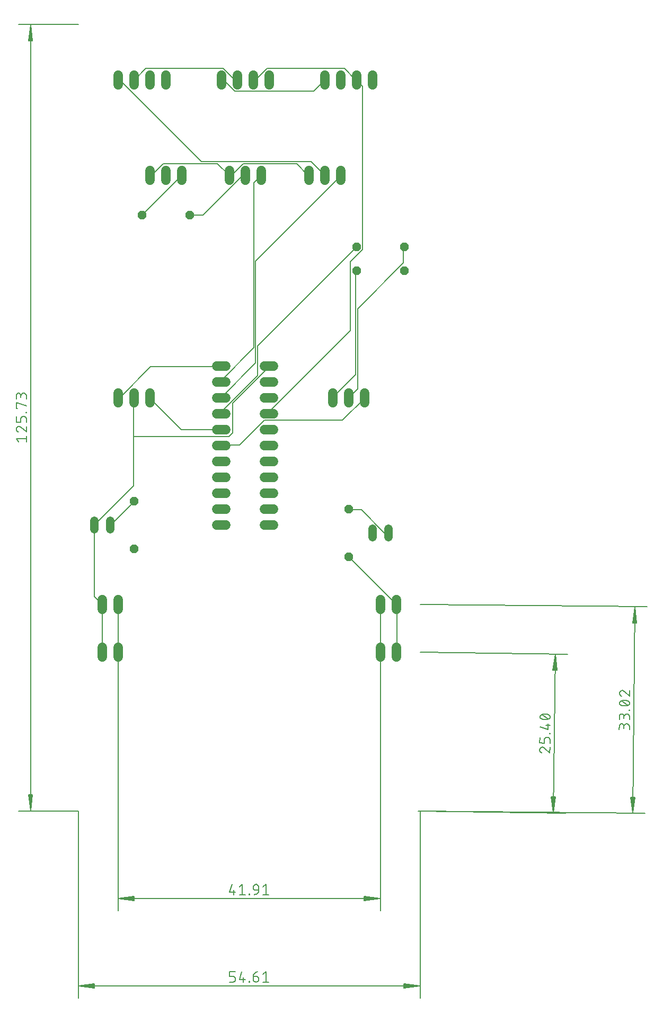
<source format=gbr>
G04 EAGLE Gerber RS-274X export*
G75*
%MOMM*%
%FSLAX34Y34*%
%LPD*%
%INTop Copper*%
%IPPOS*%
%AMOC8*
5,1,8,0,0,1.08239X$1,22.5*%
G01*
%ADD10C,0.130000*%
%ADD11C,0.152400*%
%ADD12C,1.508000*%
%ADD13C,1.320800*%
%ADD14P,1.429621X8X22.500000*%
%ADD15P,1.429621X8X112.500000*%


D10*
X0Y0D02*
X-95700Y0D01*
X-95700Y1257300D02*
X0Y1257300D01*
X-76200Y1256650D02*
X-76200Y650D01*
X-79392Y26000D01*
X-73008Y26000D01*
X-76200Y650D01*
X-77500Y26000D01*
X-74900Y26000D02*
X-76200Y650D01*
X-78800Y26000D01*
X-73600Y26000D02*
X-76200Y650D01*
X-79392Y1231300D02*
X-76200Y1256650D01*
X-79392Y1231300D02*
X-73008Y1231300D01*
X-76200Y1256650D01*
X-77500Y1231300D01*
X-74900Y1231300D02*
X-76200Y1256650D01*
X-78800Y1231300D01*
X-73600Y1231300D02*
X-76200Y1256650D01*
D11*
X-98963Y595011D02*
X-95351Y590495D01*
X-98963Y595011D02*
X-82707Y595011D01*
X-82707Y599526D02*
X-82707Y590495D01*
X-98963Y611094D02*
X-98961Y611219D01*
X-98955Y611344D01*
X-98946Y611469D01*
X-98932Y611593D01*
X-98915Y611717D01*
X-98894Y611841D01*
X-98869Y611963D01*
X-98840Y612085D01*
X-98808Y612206D01*
X-98772Y612326D01*
X-98732Y612445D01*
X-98689Y612562D01*
X-98642Y612678D01*
X-98591Y612793D01*
X-98537Y612905D01*
X-98479Y613017D01*
X-98419Y613126D01*
X-98354Y613233D01*
X-98287Y613339D01*
X-98216Y613442D01*
X-98142Y613543D01*
X-98065Y613642D01*
X-97985Y613738D01*
X-97902Y613832D01*
X-97817Y613923D01*
X-97728Y614012D01*
X-97637Y614097D01*
X-97543Y614180D01*
X-97447Y614260D01*
X-97348Y614337D01*
X-97247Y614411D01*
X-97144Y614482D01*
X-97038Y614549D01*
X-96931Y614614D01*
X-96822Y614674D01*
X-96710Y614732D01*
X-96598Y614786D01*
X-96483Y614837D01*
X-96367Y614884D01*
X-96250Y614927D01*
X-96131Y614967D01*
X-96011Y615003D01*
X-95890Y615035D01*
X-95768Y615064D01*
X-95646Y615089D01*
X-95522Y615110D01*
X-95398Y615127D01*
X-95274Y615141D01*
X-95149Y615150D01*
X-95024Y615156D01*
X-94899Y615158D01*
X-98963Y611094D02*
X-98961Y610951D01*
X-98955Y610809D01*
X-98945Y610666D01*
X-98932Y610524D01*
X-98914Y610383D01*
X-98893Y610241D01*
X-98868Y610101D01*
X-98839Y609961D01*
X-98806Y609822D01*
X-98769Y609684D01*
X-98729Y609547D01*
X-98685Y609412D01*
X-98637Y609277D01*
X-98585Y609144D01*
X-98530Y609012D01*
X-98471Y608882D01*
X-98409Y608754D01*
X-98343Y608627D01*
X-98274Y608502D01*
X-98202Y608379D01*
X-98126Y608259D01*
X-98047Y608140D01*
X-97964Y608023D01*
X-97879Y607909D01*
X-97790Y607797D01*
X-97699Y607688D01*
X-97604Y607581D01*
X-97507Y607476D01*
X-97406Y607375D01*
X-97303Y607276D01*
X-97198Y607180D01*
X-97089Y607087D01*
X-96978Y606997D01*
X-96865Y606910D01*
X-96750Y606826D01*
X-96632Y606746D01*
X-96512Y606668D01*
X-96390Y606594D01*
X-96266Y606524D01*
X-96140Y606456D01*
X-96012Y606393D01*
X-95883Y606332D01*
X-95752Y606275D01*
X-95620Y606222D01*
X-95486Y606173D01*
X-95351Y606127D01*
X-91738Y613802D02*
X-91830Y613896D01*
X-91924Y613986D01*
X-92021Y614074D01*
X-92121Y614159D01*
X-92223Y614241D01*
X-92328Y614320D01*
X-92435Y614395D01*
X-92544Y614467D01*
X-92655Y614536D01*
X-92769Y614602D01*
X-92884Y614664D01*
X-93001Y614723D01*
X-93120Y614778D01*
X-93240Y614829D01*
X-93362Y614877D01*
X-93485Y614922D01*
X-93609Y614962D01*
X-93735Y614999D01*
X-93862Y615032D01*
X-93989Y615061D01*
X-94118Y615087D01*
X-94247Y615108D01*
X-94377Y615126D01*
X-94507Y615139D01*
X-94637Y615149D01*
X-94768Y615155D01*
X-94899Y615157D01*
X-91738Y613803D02*
X-82707Y606126D01*
X-82707Y615158D01*
X-82707Y621758D02*
X-82707Y627176D01*
X-82709Y627294D01*
X-82715Y627412D01*
X-82724Y627530D01*
X-82738Y627647D01*
X-82755Y627764D01*
X-82776Y627881D01*
X-82801Y627996D01*
X-82830Y628111D01*
X-82863Y628225D01*
X-82899Y628337D01*
X-82939Y628448D01*
X-82982Y628558D01*
X-83029Y628667D01*
X-83079Y628774D01*
X-83134Y628879D01*
X-83191Y628982D01*
X-83252Y629083D01*
X-83316Y629183D01*
X-83383Y629280D01*
X-83453Y629375D01*
X-83527Y629467D01*
X-83603Y629558D01*
X-83683Y629645D01*
X-83765Y629730D01*
X-83850Y629812D01*
X-83937Y629892D01*
X-84028Y629968D01*
X-84120Y630042D01*
X-84215Y630112D01*
X-84312Y630179D01*
X-84412Y630243D01*
X-84513Y630304D01*
X-84616Y630361D01*
X-84721Y630416D01*
X-84828Y630466D01*
X-84937Y630513D01*
X-85047Y630556D01*
X-85158Y630596D01*
X-85270Y630632D01*
X-85384Y630665D01*
X-85499Y630694D01*
X-85614Y630719D01*
X-85731Y630740D01*
X-85848Y630757D01*
X-85965Y630771D01*
X-86083Y630780D01*
X-86201Y630786D01*
X-86319Y630788D01*
X-86319Y630789D02*
X-88126Y630789D01*
X-88126Y630788D02*
X-88244Y630786D01*
X-88362Y630780D01*
X-88480Y630771D01*
X-88597Y630757D01*
X-88714Y630740D01*
X-88831Y630719D01*
X-88946Y630694D01*
X-89061Y630665D01*
X-89175Y630632D01*
X-89287Y630596D01*
X-89398Y630556D01*
X-89508Y630513D01*
X-89617Y630466D01*
X-89724Y630416D01*
X-89829Y630361D01*
X-89932Y630304D01*
X-90033Y630243D01*
X-90133Y630179D01*
X-90230Y630112D01*
X-90325Y630042D01*
X-90417Y629968D01*
X-90508Y629892D01*
X-90595Y629812D01*
X-90680Y629730D01*
X-90762Y629645D01*
X-90842Y629558D01*
X-90918Y629467D01*
X-90992Y629375D01*
X-91062Y629280D01*
X-91129Y629183D01*
X-91193Y629083D01*
X-91254Y628982D01*
X-91311Y628879D01*
X-91366Y628774D01*
X-91416Y628667D01*
X-91463Y628558D01*
X-91506Y628448D01*
X-91546Y628337D01*
X-91582Y628225D01*
X-91615Y628111D01*
X-91644Y627996D01*
X-91669Y627881D01*
X-91690Y627764D01*
X-91707Y627647D01*
X-91721Y627530D01*
X-91730Y627412D01*
X-91736Y627294D01*
X-91738Y627176D01*
X-91738Y621758D01*
X-98963Y621758D01*
X-98963Y630789D01*
X-83610Y636763D02*
X-82707Y636763D01*
X-83610Y636763D02*
X-83610Y637667D01*
X-82707Y637667D01*
X-82707Y636763D01*
X-97157Y643641D02*
X-98963Y643641D01*
X-98963Y652672D01*
X-82707Y648157D01*
X-82707Y659273D02*
X-82707Y663788D01*
X-82709Y663921D01*
X-82715Y664053D01*
X-82725Y664185D01*
X-82738Y664317D01*
X-82756Y664449D01*
X-82777Y664579D01*
X-82802Y664710D01*
X-82831Y664839D01*
X-82864Y664967D01*
X-82900Y665095D01*
X-82940Y665221D01*
X-82984Y665346D01*
X-83032Y665470D01*
X-83083Y665592D01*
X-83138Y665713D01*
X-83196Y665832D01*
X-83258Y665950D01*
X-83323Y666065D01*
X-83392Y666179D01*
X-83463Y666290D01*
X-83539Y666399D01*
X-83617Y666506D01*
X-83698Y666611D01*
X-83783Y666713D01*
X-83870Y666813D01*
X-83960Y666910D01*
X-84053Y667005D01*
X-84149Y667096D01*
X-84247Y667185D01*
X-84348Y667271D01*
X-84452Y667354D01*
X-84558Y667434D01*
X-84666Y667510D01*
X-84776Y667584D01*
X-84889Y667654D01*
X-85003Y667721D01*
X-85120Y667784D01*
X-85238Y667844D01*
X-85358Y667901D01*
X-85480Y667954D01*
X-85603Y668003D01*
X-85727Y668049D01*
X-85853Y668091D01*
X-85980Y668129D01*
X-86108Y668164D01*
X-86237Y668195D01*
X-86366Y668222D01*
X-86497Y668245D01*
X-86628Y668265D01*
X-86760Y668280D01*
X-86892Y668292D01*
X-87024Y668300D01*
X-87157Y668304D01*
X-87289Y668304D01*
X-87422Y668300D01*
X-87554Y668292D01*
X-87686Y668280D01*
X-87818Y668265D01*
X-87949Y668245D01*
X-88080Y668222D01*
X-88209Y668195D01*
X-88338Y668164D01*
X-88466Y668129D01*
X-88593Y668091D01*
X-88719Y668049D01*
X-88843Y668003D01*
X-88966Y667954D01*
X-89088Y667901D01*
X-89208Y667844D01*
X-89326Y667784D01*
X-89443Y667721D01*
X-89557Y667654D01*
X-89670Y667584D01*
X-89780Y667510D01*
X-89888Y667434D01*
X-89994Y667354D01*
X-90098Y667271D01*
X-90199Y667185D01*
X-90297Y667096D01*
X-90393Y667005D01*
X-90486Y666910D01*
X-90576Y666813D01*
X-90663Y666713D01*
X-90748Y666611D01*
X-90829Y666506D01*
X-90907Y666399D01*
X-90983Y666290D01*
X-91054Y666179D01*
X-91123Y666065D01*
X-91188Y665950D01*
X-91250Y665832D01*
X-91308Y665713D01*
X-91363Y665592D01*
X-91414Y665470D01*
X-91462Y665346D01*
X-91506Y665221D01*
X-91546Y665095D01*
X-91582Y664967D01*
X-91615Y664839D01*
X-91644Y664710D01*
X-91669Y664579D01*
X-91690Y664449D01*
X-91708Y664317D01*
X-91721Y664185D01*
X-91731Y664053D01*
X-91737Y663921D01*
X-91739Y663788D01*
X-98963Y664691D02*
X-98963Y659273D01*
X-98963Y664691D02*
X-98961Y664810D01*
X-98955Y664930D01*
X-98945Y665049D01*
X-98931Y665167D01*
X-98914Y665286D01*
X-98892Y665403D01*
X-98867Y665520D01*
X-98837Y665635D01*
X-98804Y665750D01*
X-98767Y665864D01*
X-98727Y665976D01*
X-98682Y666087D01*
X-98634Y666196D01*
X-98583Y666304D01*
X-98528Y666410D01*
X-98469Y666514D01*
X-98407Y666616D01*
X-98342Y666716D01*
X-98273Y666814D01*
X-98201Y666910D01*
X-98126Y667003D01*
X-98049Y667093D01*
X-97968Y667181D01*
X-97884Y667266D01*
X-97797Y667348D01*
X-97708Y667428D01*
X-97616Y667504D01*
X-97522Y667578D01*
X-97425Y667648D01*
X-97327Y667715D01*
X-97226Y667779D01*
X-97122Y667839D01*
X-97017Y667896D01*
X-96910Y667949D01*
X-96802Y667999D01*
X-96692Y668045D01*
X-96580Y668087D01*
X-96467Y668126D01*
X-96353Y668161D01*
X-96238Y668192D01*
X-96121Y668220D01*
X-96004Y668243D01*
X-95887Y668263D01*
X-95768Y668279D01*
X-95649Y668291D01*
X-95530Y668299D01*
X-95411Y668303D01*
X-95291Y668303D01*
X-95172Y668299D01*
X-95053Y668291D01*
X-94934Y668279D01*
X-94815Y668263D01*
X-94698Y668243D01*
X-94581Y668220D01*
X-94464Y668192D01*
X-94349Y668161D01*
X-94235Y668126D01*
X-94122Y668087D01*
X-94010Y668045D01*
X-93900Y667999D01*
X-93792Y667949D01*
X-93685Y667896D01*
X-93580Y667839D01*
X-93476Y667779D01*
X-93375Y667715D01*
X-93277Y667648D01*
X-93180Y667578D01*
X-93086Y667504D01*
X-92994Y667428D01*
X-92905Y667348D01*
X-92818Y667266D01*
X-92734Y667181D01*
X-92653Y667093D01*
X-92576Y667003D01*
X-92501Y666910D01*
X-92429Y666814D01*
X-92360Y666716D01*
X-92295Y666616D01*
X-92233Y666514D01*
X-92174Y666410D01*
X-92119Y666304D01*
X-92068Y666196D01*
X-92020Y666087D01*
X-91975Y665976D01*
X-91935Y665864D01*
X-91898Y665750D01*
X-91865Y665635D01*
X-91835Y665520D01*
X-91810Y665403D01*
X-91788Y665286D01*
X-91771Y665167D01*
X-91757Y665049D01*
X-91747Y664930D01*
X-91741Y664810D01*
X-91739Y664691D01*
X-91738Y664691D02*
X-91738Y661079D01*
D10*
X0Y0D02*
X0Y-298900D01*
X546100Y-298900D02*
X546100Y0D01*
X545450Y-279400D02*
X650Y-279400D01*
X26000Y-276208D01*
X26000Y-282592D01*
X650Y-279400D01*
X26000Y-278100D01*
X26000Y-280700D02*
X650Y-279400D01*
X26000Y-276800D01*
X26000Y-282000D02*
X650Y-279400D01*
X520100Y-276208D02*
X545450Y-279400D01*
X520100Y-276208D02*
X520100Y-282592D01*
X545450Y-279400D01*
X520100Y-278100D01*
X520100Y-280700D02*
X545450Y-279400D01*
X520100Y-276800D01*
X520100Y-282000D02*
X545450Y-279400D01*
D11*
X247410Y-272893D02*
X241991Y-272893D01*
X247410Y-272893D02*
X247528Y-272891D01*
X247646Y-272885D01*
X247764Y-272876D01*
X247881Y-272862D01*
X247998Y-272845D01*
X248115Y-272824D01*
X248230Y-272799D01*
X248345Y-272770D01*
X248459Y-272737D01*
X248571Y-272701D01*
X248682Y-272661D01*
X248792Y-272618D01*
X248901Y-272571D01*
X249008Y-272521D01*
X249113Y-272466D01*
X249216Y-272409D01*
X249317Y-272348D01*
X249417Y-272284D01*
X249514Y-272217D01*
X249609Y-272147D01*
X249701Y-272073D01*
X249792Y-271997D01*
X249879Y-271917D01*
X249964Y-271835D01*
X250046Y-271750D01*
X250126Y-271663D01*
X250202Y-271572D01*
X250276Y-271480D01*
X250346Y-271385D01*
X250413Y-271288D01*
X250477Y-271188D01*
X250538Y-271087D01*
X250595Y-270984D01*
X250650Y-270879D01*
X250700Y-270772D01*
X250747Y-270663D01*
X250790Y-270553D01*
X250830Y-270442D01*
X250866Y-270330D01*
X250899Y-270216D01*
X250928Y-270101D01*
X250953Y-269986D01*
X250974Y-269869D01*
X250991Y-269752D01*
X251005Y-269635D01*
X251014Y-269517D01*
X251020Y-269399D01*
X251022Y-269281D01*
X251022Y-267474D01*
X251020Y-267356D01*
X251014Y-267238D01*
X251005Y-267120D01*
X250991Y-267003D01*
X250974Y-266886D01*
X250953Y-266769D01*
X250928Y-266654D01*
X250899Y-266539D01*
X250866Y-266425D01*
X250830Y-266313D01*
X250790Y-266202D01*
X250747Y-266092D01*
X250700Y-265983D01*
X250650Y-265876D01*
X250595Y-265771D01*
X250538Y-265668D01*
X250477Y-265567D01*
X250413Y-265467D01*
X250346Y-265370D01*
X250276Y-265275D01*
X250202Y-265183D01*
X250126Y-265092D01*
X250046Y-265005D01*
X249964Y-264920D01*
X249879Y-264838D01*
X249792Y-264758D01*
X249701Y-264682D01*
X249609Y-264608D01*
X249514Y-264538D01*
X249417Y-264471D01*
X249317Y-264407D01*
X249216Y-264346D01*
X249113Y-264289D01*
X249008Y-264234D01*
X248901Y-264184D01*
X248792Y-264137D01*
X248682Y-264094D01*
X248571Y-264054D01*
X248459Y-264018D01*
X248345Y-263985D01*
X248230Y-263956D01*
X248115Y-263931D01*
X247998Y-263910D01*
X247881Y-263893D01*
X247764Y-263879D01*
X247646Y-263870D01*
X247528Y-263864D01*
X247410Y-263862D01*
X241991Y-263862D01*
X241991Y-256637D01*
X251022Y-256637D01*
X261235Y-256637D02*
X257623Y-269281D01*
X266654Y-269281D01*
X263944Y-272893D02*
X263944Y-265668D01*
X272628Y-271990D02*
X272628Y-272893D01*
X272628Y-271990D02*
X273531Y-271990D01*
X273531Y-272893D01*
X272628Y-272893D01*
X279506Y-263862D02*
X284925Y-263862D01*
X285043Y-263864D01*
X285161Y-263870D01*
X285279Y-263879D01*
X285396Y-263893D01*
X285513Y-263910D01*
X285630Y-263931D01*
X285745Y-263956D01*
X285860Y-263985D01*
X285974Y-264018D01*
X286086Y-264054D01*
X286197Y-264094D01*
X286307Y-264137D01*
X286416Y-264184D01*
X286523Y-264234D01*
X286628Y-264289D01*
X286731Y-264346D01*
X286832Y-264407D01*
X286932Y-264471D01*
X287029Y-264538D01*
X287124Y-264608D01*
X287216Y-264682D01*
X287307Y-264758D01*
X287394Y-264838D01*
X287479Y-264920D01*
X287561Y-265005D01*
X287641Y-265092D01*
X287717Y-265183D01*
X287791Y-265275D01*
X287861Y-265370D01*
X287928Y-265467D01*
X287992Y-265567D01*
X288053Y-265668D01*
X288110Y-265771D01*
X288165Y-265876D01*
X288215Y-265983D01*
X288262Y-266092D01*
X288305Y-266202D01*
X288345Y-266313D01*
X288381Y-266425D01*
X288414Y-266539D01*
X288443Y-266654D01*
X288468Y-266769D01*
X288489Y-266886D01*
X288506Y-267003D01*
X288520Y-267120D01*
X288529Y-267238D01*
X288535Y-267356D01*
X288537Y-267474D01*
X288537Y-268377D01*
X288538Y-268377D02*
X288536Y-268510D01*
X288530Y-268642D01*
X288520Y-268774D01*
X288507Y-268906D01*
X288489Y-269038D01*
X288468Y-269168D01*
X288443Y-269299D01*
X288414Y-269428D01*
X288381Y-269556D01*
X288345Y-269684D01*
X288305Y-269810D01*
X288261Y-269935D01*
X288213Y-270059D01*
X288162Y-270181D01*
X288107Y-270302D01*
X288049Y-270421D01*
X287987Y-270539D01*
X287922Y-270654D01*
X287853Y-270768D01*
X287782Y-270879D01*
X287706Y-270988D01*
X287628Y-271095D01*
X287547Y-271200D01*
X287462Y-271302D01*
X287375Y-271402D01*
X287285Y-271499D01*
X287192Y-271594D01*
X287096Y-271685D01*
X286998Y-271774D01*
X286897Y-271860D01*
X286793Y-271943D01*
X286687Y-272023D01*
X286579Y-272099D01*
X286469Y-272173D01*
X286356Y-272243D01*
X286242Y-272310D01*
X286125Y-272373D01*
X286007Y-272433D01*
X285887Y-272490D01*
X285765Y-272543D01*
X285642Y-272592D01*
X285518Y-272638D01*
X285392Y-272680D01*
X285265Y-272718D01*
X285137Y-272753D01*
X285008Y-272784D01*
X284879Y-272811D01*
X284748Y-272834D01*
X284617Y-272854D01*
X284485Y-272869D01*
X284353Y-272881D01*
X284221Y-272889D01*
X284088Y-272893D01*
X283956Y-272893D01*
X283823Y-272889D01*
X283691Y-272881D01*
X283559Y-272869D01*
X283427Y-272854D01*
X283296Y-272834D01*
X283165Y-272811D01*
X283036Y-272784D01*
X282907Y-272753D01*
X282779Y-272718D01*
X282652Y-272680D01*
X282526Y-272638D01*
X282402Y-272592D01*
X282279Y-272543D01*
X282157Y-272490D01*
X282037Y-272433D01*
X281919Y-272373D01*
X281802Y-272310D01*
X281688Y-272243D01*
X281575Y-272173D01*
X281465Y-272099D01*
X281357Y-272023D01*
X281251Y-271943D01*
X281147Y-271860D01*
X281046Y-271774D01*
X280948Y-271685D01*
X280852Y-271594D01*
X280759Y-271499D01*
X280669Y-271402D01*
X280582Y-271302D01*
X280497Y-271200D01*
X280416Y-271095D01*
X280338Y-270988D01*
X280262Y-270879D01*
X280191Y-270768D01*
X280122Y-270654D01*
X280057Y-270539D01*
X279995Y-270421D01*
X279937Y-270302D01*
X279882Y-270181D01*
X279831Y-270059D01*
X279783Y-269935D01*
X279739Y-269810D01*
X279699Y-269684D01*
X279663Y-269556D01*
X279630Y-269428D01*
X279601Y-269299D01*
X279576Y-269168D01*
X279555Y-269038D01*
X279537Y-268906D01*
X279524Y-268774D01*
X279514Y-268642D01*
X279508Y-268510D01*
X279506Y-268377D01*
X279506Y-263862D01*
X279508Y-263685D01*
X279515Y-263507D01*
X279526Y-263330D01*
X279541Y-263154D01*
X279560Y-262978D01*
X279584Y-262802D01*
X279612Y-262627D01*
X279645Y-262452D01*
X279682Y-262279D01*
X279723Y-262106D01*
X279768Y-261935D01*
X279817Y-261765D01*
X279871Y-261596D01*
X279928Y-261428D01*
X279990Y-261262D01*
X280056Y-261097D01*
X280126Y-260934D01*
X280200Y-260773D01*
X280277Y-260614D01*
X280359Y-260456D01*
X280445Y-260301D01*
X280534Y-260148D01*
X280627Y-259997D01*
X280724Y-259848D01*
X280824Y-259702D01*
X280928Y-259558D01*
X281035Y-259417D01*
X281146Y-259279D01*
X281260Y-259143D01*
X281378Y-259010D01*
X281498Y-258880D01*
X281622Y-258753D01*
X281749Y-258629D01*
X281879Y-258509D01*
X282012Y-258391D01*
X282147Y-258277D01*
X282286Y-258166D01*
X282427Y-258059D01*
X282571Y-257955D01*
X282717Y-257855D01*
X282866Y-257758D01*
X283017Y-257665D01*
X283170Y-257576D01*
X283325Y-257490D01*
X283483Y-257408D01*
X283642Y-257331D01*
X283803Y-257257D01*
X283966Y-257187D01*
X284131Y-257121D01*
X284297Y-257059D01*
X284465Y-257002D01*
X284634Y-256948D01*
X284804Y-256899D01*
X284975Y-256854D01*
X285148Y-256813D01*
X285321Y-256776D01*
X285496Y-256743D01*
X285671Y-256715D01*
X285847Y-256691D01*
X286023Y-256672D01*
X286199Y-256657D01*
X286376Y-256646D01*
X286554Y-256639D01*
X286731Y-256637D01*
X295137Y-260249D02*
X299653Y-256637D01*
X299653Y-272893D01*
X295137Y-272893D02*
X304169Y-272893D01*
D10*
X542800Y0D02*
X905292Y-3623D01*
X908592Y326577D02*
X546100Y330200D01*
X889086Y326122D02*
X885799Y-2778D01*
X882860Y22603D01*
X889245Y22539D01*
X885799Y-2778D01*
X884753Y22584D01*
X887352Y22558D02*
X885799Y-2778D01*
X883453Y22597D01*
X888652Y22545D02*
X885799Y-2778D01*
X885641Y300805D02*
X889086Y326122D01*
X892025Y300742D02*
X885641Y300805D01*
X892025Y300742D02*
X889086Y326122D01*
X887533Y300786D01*
X890133Y300760D02*
X889086Y326122D01*
X886233Y300799D01*
X891433Y300747D02*
X889086Y326122D01*
D11*
X880673Y135196D02*
X880626Y130680D01*
X880674Y135196D02*
X880673Y135328D01*
X880669Y135461D01*
X880660Y135593D01*
X880648Y135725D01*
X880632Y135857D01*
X880612Y135988D01*
X880588Y136118D01*
X880561Y136248D01*
X880529Y136377D01*
X880494Y136505D01*
X880455Y136631D01*
X880413Y136757D01*
X880366Y136881D01*
X880316Y137004D01*
X880263Y137125D01*
X880206Y137245D01*
X880145Y137363D01*
X880082Y137479D01*
X880014Y137593D01*
X879944Y137706D01*
X879870Y137816D01*
X879792Y137923D01*
X879712Y138029D01*
X879629Y138132D01*
X879543Y138233D01*
X879453Y138331D01*
X879361Y138426D01*
X879266Y138519D01*
X879169Y138609D01*
X879069Y138696D01*
X878966Y138780D01*
X878861Y138861D01*
X878754Y138938D01*
X878644Y139013D01*
X878532Y139084D01*
X878419Y139152D01*
X878303Y139217D01*
X878185Y139278D01*
X878066Y139336D01*
X877945Y139390D01*
X877823Y139441D01*
X877699Y139488D01*
X877573Y139532D01*
X877447Y139571D01*
X877319Y139607D01*
X877191Y139639D01*
X877061Y139668D01*
X876931Y139692D01*
X876800Y139713D01*
X876668Y139730D01*
X876536Y139743D01*
X876404Y139752D01*
X876272Y139758D01*
X876139Y139759D01*
X876006Y139756D01*
X875874Y139750D01*
X875742Y139740D01*
X875610Y139726D01*
X875479Y139708D01*
X875348Y139686D01*
X875218Y139660D01*
X875089Y139631D01*
X874960Y139597D01*
X874833Y139560D01*
X874707Y139519D01*
X874582Y139475D01*
X874458Y139427D01*
X874336Y139375D01*
X874216Y139320D01*
X874097Y139261D01*
X873980Y139199D01*
X873864Y139133D01*
X873751Y139064D01*
X873640Y138992D01*
X873531Y138916D01*
X873424Y138838D01*
X873320Y138756D01*
X873218Y138671D01*
X873119Y138583D01*
X873022Y138493D01*
X872928Y138399D01*
X872837Y138303D01*
X872748Y138204D01*
X872663Y138103D01*
X872580Y137999D01*
X872501Y137893D01*
X872425Y137784D01*
X872352Y137674D01*
X872282Y137561D01*
X872216Y137446D01*
X872153Y137329D01*
X872093Y137211D01*
X872037Y137091D01*
X871985Y136969D01*
X871936Y136846D01*
X871891Y136721D01*
X871849Y136595D01*
X871811Y136468D01*
X871777Y136340D01*
X871747Y136211D01*
X871720Y136081D01*
X871698Y135950D01*
X871679Y135819D01*
X871664Y135687D01*
X871653Y135555D01*
X871646Y135423D01*
X871642Y135290D01*
X864428Y136269D02*
X864371Y130851D01*
X864428Y136269D02*
X864431Y136388D01*
X864439Y136507D01*
X864450Y136626D01*
X864465Y136745D01*
X864484Y136863D01*
X864507Y136980D01*
X864533Y137096D01*
X864564Y137212D01*
X864598Y137326D01*
X864636Y137440D01*
X864678Y137551D01*
X864723Y137662D01*
X864773Y137771D01*
X864825Y137878D01*
X864882Y137983D01*
X864941Y138087D01*
X865004Y138188D01*
X865071Y138288D01*
X865140Y138385D01*
X865213Y138479D01*
X865289Y138572D01*
X865368Y138661D01*
X865450Y138748D01*
X865534Y138832D01*
X865622Y138914D01*
X865712Y138992D01*
X865804Y139068D01*
X865899Y139140D01*
X865997Y139209D01*
X866096Y139275D01*
X866198Y139338D01*
X866302Y139397D01*
X866407Y139453D01*
X866515Y139505D01*
X866624Y139554D01*
X866734Y139599D01*
X866846Y139640D01*
X866960Y139678D01*
X867074Y139712D01*
X867190Y139742D01*
X867307Y139768D01*
X867424Y139790D01*
X867542Y139808D01*
X867660Y139823D01*
X867779Y139834D01*
X867899Y139840D01*
X868018Y139843D01*
X868138Y139842D01*
X868257Y139836D01*
X868376Y139827D01*
X868495Y139814D01*
X868613Y139797D01*
X868731Y139776D01*
X868847Y139752D01*
X868963Y139723D01*
X869078Y139691D01*
X869192Y139654D01*
X869305Y139614D01*
X869416Y139571D01*
X869525Y139523D01*
X869634Y139472D01*
X869740Y139418D01*
X869844Y139360D01*
X869947Y139299D01*
X870047Y139234D01*
X870145Y139166D01*
X870241Y139095D01*
X870335Y139020D01*
X870426Y138943D01*
X870514Y138863D01*
X870600Y138779D01*
X870683Y138693D01*
X870763Y138605D01*
X870840Y138513D01*
X870913Y138420D01*
X870984Y138323D01*
X871052Y138225D01*
X871116Y138124D01*
X871177Y138021D01*
X871234Y137917D01*
X871288Y137810D01*
X871339Y137702D01*
X871386Y137592D01*
X871429Y137481D01*
X871468Y137368D01*
X871504Y137254D01*
X871536Y137139D01*
X871564Y137023D01*
X871588Y136906D01*
X871609Y136788D01*
X871625Y136670D01*
X871638Y136551D01*
X871646Y136432D01*
X871651Y136313D01*
X871652Y136193D01*
X871614Y132581D01*
X880790Y146311D02*
X880837Y150826D01*
X880838Y150826D02*
X880837Y150958D01*
X880833Y151091D01*
X880824Y151223D01*
X880812Y151355D01*
X880796Y151487D01*
X880776Y151618D01*
X880752Y151748D01*
X880725Y151878D01*
X880693Y152007D01*
X880658Y152135D01*
X880619Y152261D01*
X880577Y152387D01*
X880530Y152511D01*
X880480Y152634D01*
X880427Y152755D01*
X880370Y152875D01*
X880309Y152993D01*
X880246Y153109D01*
X880178Y153223D01*
X880108Y153336D01*
X880034Y153446D01*
X879956Y153553D01*
X879876Y153659D01*
X879793Y153762D01*
X879707Y153863D01*
X879617Y153961D01*
X879525Y154056D01*
X879430Y154149D01*
X879333Y154239D01*
X879233Y154326D01*
X879130Y154410D01*
X879025Y154491D01*
X878918Y154568D01*
X878808Y154643D01*
X878696Y154714D01*
X878583Y154782D01*
X878467Y154847D01*
X878349Y154908D01*
X878230Y154966D01*
X878109Y155020D01*
X877987Y155071D01*
X877863Y155118D01*
X877737Y155162D01*
X877611Y155201D01*
X877483Y155237D01*
X877355Y155269D01*
X877225Y155298D01*
X877095Y155322D01*
X876964Y155343D01*
X876832Y155360D01*
X876700Y155373D01*
X876568Y155382D01*
X876436Y155388D01*
X876303Y155389D01*
X876170Y155386D01*
X876038Y155380D01*
X875906Y155370D01*
X875774Y155356D01*
X875643Y155338D01*
X875512Y155316D01*
X875382Y155290D01*
X875253Y155261D01*
X875124Y155227D01*
X874997Y155190D01*
X874871Y155149D01*
X874746Y155105D01*
X874622Y155057D01*
X874500Y155005D01*
X874380Y154950D01*
X874261Y154891D01*
X874144Y154829D01*
X874028Y154763D01*
X873915Y154694D01*
X873804Y154622D01*
X873695Y154546D01*
X873588Y154468D01*
X873484Y154386D01*
X873382Y154301D01*
X873283Y154213D01*
X873186Y154123D01*
X873092Y154029D01*
X873001Y153933D01*
X872912Y153834D01*
X872827Y153733D01*
X872744Y153629D01*
X872665Y153523D01*
X872589Y153414D01*
X872516Y153304D01*
X872446Y153191D01*
X872380Y153076D01*
X872317Y152959D01*
X872257Y152841D01*
X872201Y152721D01*
X872149Y152599D01*
X872100Y152476D01*
X872055Y152351D01*
X872013Y152225D01*
X871975Y152098D01*
X871941Y151970D01*
X871911Y151841D01*
X871884Y151711D01*
X871862Y151580D01*
X871843Y151449D01*
X871828Y151317D01*
X871817Y151185D01*
X871810Y151053D01*
X871806Y150920D01*
X864591Y151899D02*
X864534Y146481D01*
X864591Y151899D02*
X864594Y152018D01*
X864602Y152137D01*
X864613Y152256D01*
X864628Y152375D01*
X864647Y152493D01*
X864670Y152610D01*
X864696Y152726D01*
X864727Y152842D01*
X864761Y152956D01*
X864799Y153070D01*
X864841Y153181D01*
X864886Y153292D01*
X864936Y153401D01*
X864988Y153508D01*
X865045Y153613D01*
X865104Y153717D01*
X865167Y153818D01*
X865234Y153918D01*
X865303Y154015D01*
X865376Y154109D01*
X865452Y154202D01*
X865531Y154291D01*
X865613Y154378D01*
X865697Y154462D01*
X865785Y154544D01*
X865875Y154622D01*
X865967Y154698D01*
X866062Y154770D01*
X866160Y154839D01*
X866259Y154905D01*
X866361Y154968D01*
X866465Y155027D01*
X866570Y155083D01*
X866678Y155135D01*
X866787Y155184D01*
X866897Y155229D01*
X867009Y155270D01*
X867123Y155308D01*
X867237Y155342D01*
X867353Y155372D01*
X867470Y155398D01*
X867587Y155420D01*
X867705Y155438D01*
X867823Y155453D01*
X867942Y155464D01*
X868062Y155470D01*
X868181Y155473D01*
X868301Y155472D01*
X868420Y155466D01*
X868539Y155457D01*
X868658Y155444D01*
X868776Y155427D01*
X868894Y155406D01*
X869010Y155382D01*
X869126Y155353D01*
X869241Y155321D01*
X869355Y155284D01*
X869468Y155244D01*
X869579Y155201D01*
X869688Y155153D01*
X869797Y155102D01*
X869903Y155048D01*
X870007Y154990D01*
X870110Y154929D01*
X870210Y154864D01*
X870308Y154796D01*
X870404Y154725D01*
X870498Y154650D01*
X870589Y154573D01*
X870677Y154493D01*
X870763Y154409D01*
X870846Y154323D01*
X870926Y154235D01*
X871003Y154143D01*
X871076Y154050D01*
X871147Y153953D01*
X871215Y153855D01*
X871279Y153754D01*
X871340Y153651D01*
X871397Y153547D01*
X871451Y153440D01*
X871502Y153332D01*
X871549Y153222D01*
X871592Y153111D01*
X871631Y152998D01*
X871667Y152884D01*
X871699Y152769D01*
X871727Y152653D01*
X871751Y152536D01*
X871772Y152418D01*
X871788Y152300D01*
X871801Y152181D01*
X871809Y152062D01*
X871814Y151943D01*
X871815Y151823D01*
X871816Y151824D02*
X871778Y148211D01*
X880044Y161325D02*
X880947Y161316D01*
X880044Y161325D02*
X880053Y162228D01*
X880956Y162219D01*
X880947Y161316D01*
X872891Y168278D02*
X872571Y168285D01*
X872252Y168300D01*
X871933Y168322D01*
X871614Y168352D01*
X871297Y168390D01*
X870980Y168435D01*
X870665Y168488D01*
X870351Y168548D01*
X870038Y168616D01*
X869727Y168691D01*
X869418Y168773D01*
X869111Y168863D01*
X868807Y168961D01*
X868505Y169065D01*
X868205Y169177D01*
X867908Y169295D01*
X867614Y169421D01*
X867323Y169554D01*
X867035Y169694D01*
X867035Y169695D02*
X866928Y169735D01*
X866821Y169779D01*
X866716Y169827D01*
X866613Y169878D01*
X866512Y169933D01*
X866413Y169991D01*
X866316Y170053D01*
X866220Y170118D01*
X866128Y170186D01*
X866037Y170257D01*
X865949Y170332D01*
X865864Y170409D01*
X865782Y170489D01*
X865702Y170572D01*
X865625Y170658D01*
X865551Y170747D01*
X865481Y170837D01*
X865413Y170931D01*
X865349Y171026D01*
X865288Y171124D01*
X865230Y171223D01*
X865176Y171325D01*
X865126Y171429D01*
X865079Y171534D01*
X865035Y171640D01*
X864996Y171748D01*
X864960Y171858D01*
X864928Y171968D01*
X864900Y172080D01*
X864875Y172192D01*
X864855Y172306D01*
X864838Y172420D01*
X864825Y172534D01*
X864817Y172649D01*
X864812Y172764D01*
X864811Y172879D01*
X864814Y172994D01*
X864822Y173109D01*
X864833Y173223D01*
X864848Y173338D01*
X864867Y173451D01*
X864890Y173564D01*
X864916Y173676D01*
X864947Y173787D01*
X864981Y173897D01*
X865019Y174005D01*
X865061Y174113D01*
X865107Y174218D01*
X865156Y174322D01*
X865209Y174425D01*
X865265Y174525D01*
X865325Y174624D01*
X865388Y174720D01*
X865454Y174814D01*
X865523Y174906D01*
X865596Y174995D01*
X865672Y175082D01*
X865750Y175166D01*
X865832Y175248D01*
X865916Y175326D01*
X866003Y175402D01*
X866092Y175474D01*
X866184Y175544D01*
X866278Y175610D01*
X866374Y175673D01*
X866473Y175732D01*
X866573Y175789D01*
X866676Y175841D01*
X866780Y175890D01*
X866886Y175936D01*
X866993Y175978D01*
X867102Y176016D01*
X867392Y176150D01*
X867686Y176276D01*
X867983Y176396D01*
X868282Y176509D01*
X868584Y176614D01*
X868888Y176712D01*
X869195Y176803D01*
X869504Y176886D01*
X869814Y176962D01*
X870127Y177031D01*
X870441Y177092D01*
X870756Y177146D01*
X871072Y177192D01*
X871390Y177231D01*
X871708Y177262D01*
X872027Y177285D01*
X872346Y177301D01*
X872666Y177309D01*
X872986Y177309D01*
X872892Y168279D02*
X873211Y168279D01*
X873531Y168287D01*
X873850Y168303D01*
X874169Y168326D01*
X874488Y168357D01*
X874805Y168396D01*
X875122Y168442D01*
X875437Y168496D01*
X875751Y168557D01*
X876063Y168625D01*
X876374Y168702D01*
X876682Y168785D01*
X876989Y168876D01*
X877293Y168974D01*
X877595Y169079D01*
X877895Y169192D01*
X878191Y169311D01*
X878485Y169438D01*
X878776Y169572D01*
X878775Y169571D02*
X878884Y169609D01*
X878991Y169651D01*
X879097Y169697D01*
X879201Y169746D01*
X879304Y169798D01*
X879404Y169855D01*
X879503Y169914D01*
X879599Y169977D01*
X879693Y170043D01*
X879785Y170113D01*
X879874Y170185D01*
X879961Y170261D01*
X880045Y170339D01*
X880127Y170421D01*
X880205Y170505D01*
X880281Y170592D01*
X880354Y170681D01*
X880423Y170773D01*
X880489Y170867D01*
X880552Y170963D01*
X880612Y171062D01*
X880668Y171162D01*
X880721Y171264D01*
X880770Y171369D01*
X880816Y171474D01*
X880858Y171582D01*
X880896Y171690D01*
X880930Y171800D01*
X880961Y171911D01*
X880987Y172023D01*
X881010Y172136D01*
X881029Y172249D01*
X881044Y172364D01*
X881055Y172478D01*
X881063Y172593D01*
X881066Y172708D01*
X878841Y175892D02*
X878553Y176032D01*
X878262Y176165D01*
X877968Y176291D01*
X877672Y176409D01*
X877372Y176521D01*
X877070Y176625D01*
X876765Y176723D01*
X876458Y176813D01*
X876149Y176895D01*
X875838Y176970D01*
X875526Y177038D01*
X875212Y177098D01*
X874896Y177151D01*
X874580Y177196D01*
X874262Y177234D01*
X873944Y177264D01*
X873625Y177286D01*
X873305Y177301D01*
X872985Y177308D01*
X878842Y175893D02*
X878950Y175852D01*
X879056Y175808D01*
X879161Y175761D01*
X879264Y175709D01*
X879365Y175655D01*
X879465Y175596D01*
X879562Y175535D01*
X879657Y175470D01*
X879750Y175402D01*
X879840Y175330D01*
X879928Y175256D01*
X880013Y175179D01*
X880096Y175098D01*
X880176Y175015D01*
X880253Y174929D01*
X880326Y174841D01*
X880397Y174750D01*
X880465Y174657D01*
X880529Y174561D01*
X880590Y174464D01*
X880648Y174364D01*
X880702Y174262D01*
X880752Y174159D01*
X880799Y174054D01*
X880843Y173947D01*
X880882Y173839D01*
X880918Y173729D01*
X880950Y173619D01*
X880978Y173507D01*
X881003Y173395D01*
X881023Y173281D01*
X881040Y173167D01*
X881053Y173053D01*
X881061Y172938D01*
X881066Y172823D01*
X881067Y172708D01*
X877416Y169134D02*
X868461Y176453D01*
X864979Y188961D02*
X864982Y189086D01*
X864990Y189211D01*
X865000Y189335D01*
X865015Y189460D01*
X865034Y189583D01*
X865056Y189707D01*
X865082Y189829D01*
X865112Y189951D01*
X865146Y190071D01*
X865183Y190191D01*
X865224Y190309D01*
X865269Y190426D01*
X865317Y190541D01*
X865369Y190655D01*
X865424Y190768D01*
X865483Y190878D01*
X865545Y190987D01*
X865610Y191094D01*
X865679Y191198D01*
X865751Y191301D01*
X865826Y191401D01*
X865904Y191499D01*
X865985Y191594D01*
X866069Y191687D01*
X866155Y191778D01*
X866245Y191865D01*
X866337Y191950D01*
X866431Y192032D01*
X866528Y192111D01*
X866628Y192187D01*
X866730Y192259D01*
X866834Y192329D01*
X866940Y192396D01*
X867048Y192459D01*
X867158Y192518D01*
X867270Y192575D01*
X867383Y192628D01*
X867498Y192677D01*
X867615Y192723D01*
X867733Y192765D01*
X867852Y192803D01*
X867972Y192838D01*
X868093Y192869D01*
X868215Y192897D01*
X868338Y192920D01*
X868462Y192940D01*
X868586Y192956D01*
X868710Y192968D01*
X868835Y192977D01*
X868960Y192981D01*
X869086Y192982D01*
X864979Y188961D02*
X864980Y188818D01*
X864984Y188675D01*
X864992Y188533D01*
X865005Y188391D01*
X865021Y188249D01*
X865040Y188107D01*
X865064Y187967D01*
X865092Y187827D01*
X865123Y187687D01*
X865158Y187549D01*
X865197Y187412D01*
X865240Y187276D01*
X865287Y187141D01*
X865337Y187007D01*
X865390Y186875D01*
X865448Y186744D01*
X865509Y186615D01*
X865573Y186487D01*
X865641Y186362D01*
X865712Y186238D01*
X865787Y186117D01*
X865865Y185997D01*
X865946Y185880D01*
X866030Y185764D01*
X866117Y185652D01*
X866208Y185541D01*
X866301Y185433D01*
X866398Y185328D01*
X866497Y185225D01*
X866599Y185126D01*
X866704Y185029D01*
X866811Y184934D01*
X866921Y184843D01*
X867033Y184755D01*
X867148Y184670D01*
X867265Y184588D01*
X867384Y184510D01*
X867505Y184434D01*
X867628Y184362D01*
X867754Y184294D01*
X867881Y184229D01*
X868009Y184167D01*
X868140Y184109D01*
X868272Y184054D01*
X868405Y184003D01*
X868540Y183956D01*
X872232Y191594D02*
X872141Y191689D01*
X872048Y191780D01*
X871952Y191869D01*
X871853Y191955D01*
X871752Y192038D01*
X871648Y192117D01*
X871542Y192194D01*
X871433Y192267D01*
X871323Y192338D01*
X871210Y192404D01*
X871096Y192468D01*
X870979Y192528D01*
X870861Y192584D01*
X870741Y192637D01*
X870620Y192686D01*
X870497Y192732D01*
X870373Y192773D01*
X870248Y192812D01*
X870122Y192846D01*
X869994Y192876D01*
X869866Y192903D01*
X869737Y192926D01*
X869608Y192945D01*
X869478Y192960D01*
X869347Y192971D01*
X869217Y192978D01*
X869086Y192982D01*
X872232Y191594D02*
X881182Y183823D01*
X881277Y192854D01*
D10*
X778162Y-3058D02*
X542800Y0D01*
X546100Y254000D02*
X781462Y250942D01*
X761955Y250546D02*
X758672Y-2155D01*
X755809Y23235D01*
X762193Y23152D01*
X758672Y-2155D01*
X757701Y23210D01*
X760301Y23176D02*
X758672Y-2155D01*
X756402Y23227D01*
X761601Y23160D02*
X758672Y-2155D01*
X758434Y225239D02*
X761955Y250546D01*
X758434Y225239D02*
X764818Y225156D01*
X761955Y250546D01*
X760326Y225215D01*
X762926Y225181D02*
X761955Y250546D01*
X759026Y225231D01*
X764226Y225164D02*
X761955Y250546D01*
D11*
X741323Y102403D02*
X741197Y102402D01*
X741072Y102398D01*
X740947Y102390D01*
X740823Y102378D01*
X740699Y102362D01*
X740575Y102343D01*
X740452Y102319D01*
X740330Y102292D01*
X740209Y102261D01*
X740088Y102227D01*
X739969Y102188D01*
X739851Y102146D01*
X739735Y102101D01*
X739620Y102051D01*
X739506Y101999D01*
X739394Y101943D01*
X739284Y101883D01*
X739176Y101820D01*
X739070Y101754D01*
X738966Y101684D01*
X738864Y101612D01*
X738764Y101536D01*
X738667Y101457D01*
X738572Y101376D01*
X738480Y101291D01*
X738390Y101204D01*
X738303Y101113D01*
X738219Y101021D01*
X738138Y100925D01*
X738060Y100828D01*
X737985Y100727D01*
X737913Y100625D01*
X737844Y100521D01*
X737779Y100414D01*
X737716Y100305D01*
X737657Y100195D01*
X737602Y100083D01*
X737550Y99969D01*
X737502Y99853D01*
X737457Y99736D01*
X737416Y99618D01*
X737378Y99499D01*
X737344Y99378D01*
X737314Y99257D01*
X737288Y99135D01*
X737265Y99011D01*
X737246Y98888D01*
X737231Y98763D01*
X737220Y98639D01*
X737213Y98514D01*
X737209Y98389D01*
X737208Y98389D02*
X737209Y98246D01*
X737213Y98103D01*
X737221Y97961D01*
X737233Y97819D01*
X737248Y97677D01*
X737268Y97535D01*
X737292Y97395D01*
X737319Y97255D01*
X737350Y97115D01*
X737385Y96977D01*
X737424Y96840D01*
X737466Y96703D01*
X737512Y96568D01*
X737562Y96434D01*
X737616Y96302D01*
X737673Y96171D01*
X737734Y96042D01*
X737798Y95915D01*
X737865Y95789D01*
X737936Y95665D01*
X738011Y95543D01*
X738088Y95424D01*
X738169Y95306D01*
X738254Y95191D01*
X738341Y95078D01*
X738431Y94967D01*
X738524Y94859D01*
X738621Y94754D01*
X738720Y94651D01*
X738821Y94551D01*
X738926Y94454D01*
X739033Y94359D01*
X739143Y94268D01*
X739255Y94180D01*
X739369Y94094D01*
X739486Y94012D01*
X739605Y93934D01*
X739726Y93858D01*
X739849Y93786D01*
X739975Y93717D01*
X740101Y93652D01*
X740230Y93590D01*
X740360Y93531D01*
X740492Y93477D01*
X740625Y93425D01*
X740760Y93378D01*
X744466Y101010D02*
X744376Y101104D01*
X744282Y101196D01*
X744186Y101285D01*
X744088Y101371D01*
X743987Y101454D01*
X743883Y101534D01*
X743777Y101611D01*
X743669Y101684D01*
X743558Y101755D01*
X743446Y101822D01*
X743331Y101885D01*
X743215Y101945D01*
X743097Y102002D01*
X742977Y102055D01*
X742856Y102104D01*
X742733Y102150D01*
X742609Y102192D01*
X742484Y102230D01*
X742358Y102265D01*
X742231Y102296D01*
X742103Y102323D01*
X741974Y102346D01*
X741844Y102365D01*
X741714Y102380D01*
X741584Y102392D01*
X741453Y102399D01*
X741322Y102403D01*
X744466Y101009D02*
X753403Y93223D01*
X753513Y102254D01*
X753594Y108853D02*
X753660Y114272D01*
X753659Y114390D01*
X753655Y114508D01*
X753647Y114626D01*
X753635Y114744D01*
X753619Y114861D01*
X753599Y114977D01*
X753575Y115093D01*
X753548Y115208D01*
X753517Y115322D01*
X753482Y115435D01*
X753444Y115547D01*
X753402Y115657D01*
X753356Y115766D01*
X753307Y115874D01*
X753254Y115980D01*
X753198Y116084D01*
X753138Y116186D01*
X753076Y116286D01*
X753009Y116384D01*
X752940Y116480D01*
X752868Y116573D01*
X752793Y116664D01*
X752714Y116753D01*
X752633Y116839D01*
X752549Y116922D01*
X752463Y117002D01*
X752373Y117080D01*
X752282Y117155D01*
X752188Y117226D01*
X752091Y117295D01*
X751993Y117360D01*
X751892Y117422D01*
X751789Y117480D01*
X751685Y117536D01*
X751579Y117588D01*
X751471Y117636D01*
X751362Y117681D01*
X751251Y117722D01*
X751139Y117759D01*
X751025Y117793D01*
X750911Y117823D01*
X750796Y117850D01*
X750680Y117872D01*
X750563Y117891D01*
X750446Y117906D01*
X750328Y117917D01*
X750210Y117924D01*
X750092Y117928D01*
X748286Y117950D01*
X748286Y117951D02*
X748168Y117950D01*
X748050Y117946D01*
X747932Y117938D01*
X747814Y117926D01*
X747697Y117910D01*
X747580Y117890D01*
X747465Y117866D01*
X747350Y117839D01*
X747236Y117808D01*
X747123Y117773D01*
X747011Y117735D01*
X746900Y117693D01*
X746791Y117647D01*
X746684Y117598D01*
X746578Y117545D01*
X746474Y117489D01*
X746372Y117429D01*
X746272Y117366D01*
X746174Y117300D01*
X746078Y117231D01*
X745984Y117159D01*
X745893Y117083D01*
X745805Y117005D01*
X745719Y116924D01*
X745635Y116840D01*
X745555Y116753D01*
X745477Y116664D01*
X745403Y116572D01*
X745331Y116478D01*
X745263Y116382D01*
X745197Y116283D01*
X745135Y116183D01*
X745077Y116080D01*
X745021Y115975D01*
X744970Y115869D01*
X744921Y115761D01*
X744876Y115652D01*
X744835Y115541D01*
X744798Y115429D01*
X744764Y115316D01*
X744734Y115201D01*
X744707Y115086D01*
X744685Y114970D01*
X744666Y114853D01*
X744651Y114736D01*
X744640Y114618D01*
X744633Y114500D01*
X744629Y114382D01*
X744630Y114382D02*
X744563Y108964D01*
X737339Y109052D01*
X737449Y118082D01*
X752874Y123869D02*
X753777Y123858D01*
X752874Y123869D02*
X752885Y124772D01*
X753788Y124761D01*
X753777Y123858D01*
X750249Y130779D02*
X737651Y134546D01*
X750249Y130779D02*
X750359Y139810D01*
X746714Y137145D02*
X753938Y137057D01*
X745924Y146465D02*
X745605Y146473D01*
X745285Y146488D01*
X744966Y146511D01*
X744648Y146542D01*
X744330Y146580D01*
X744014Y146626D01*
X743699Y146679D01*
X743385Y146740D01*
X743072Y146808D01*
X742761Y146884D01*
X742453Y146967D01*
X742146Y147057D01*
X741841Y147155D01*
X741539Y147260D01*
X741240Y147372D01*
X740943Y147491D01*
X740649Y147618D01*
X740359Y147751D01*
X740071Y147891D01*
X740072Y147890D02*
X739964Y147931D01*
X739857Y147975D01*
X739753Y148023D01*
X739650Y148074D01*
X739549Y148129D01*
X739449Y148188D01*
X739352Y148249D01*
X739257Y148314D01*
X739164Y148383D01*
X739074Y148454D01*
X738986Y148529D01*
X738901Y148606D01*
X738819Y148687D01*
X738739Y148770D01*
X738663Y148856D01*
X738589Y148945D01*
X738518Y149036D01*
X738451Y149129D01*
X738387Y149225D01*
X738326Y149322D01*
X738269Y149422D01*
X738215Y149524D01*
X738164Y149627D01*
X738117Y149733D01*
X738074Y149839D01*
X738035Y149948D01*
X737999Y150057D01*
X737967Y150168D01*
X737939Y150279D01*
X737915Y150392D01*
X737895Y150505D01*
X737878Y150619D01*
X737866Y150734D01*
X737857Y150849D01*
X737853Y150964D01*
X737852Y151079D01*
X737856Y151194D01*
X737863Y151309D01*
X737874Y151423D01*
X737890Y151538D01*
X737909Y151651D01*
X737932Y151764D01*
X737959Y151876D01*
X737990Y151987D01*
X738024Y152097D01*
X738062Y152205D01*
X738105Y152312D01*
X738150Y152418D01*
X738200Y152522D01*
X738253Y152624D01*
X738309Y152725D01*
X738369Y152823D01*
X738432Y152920D01*
X738498Y153014D01*
X738568Y153105D01*
X738641Y153195D01*
X738717Y153281D01*
X738795Y153365D01*
X738877Y153446D01*
X738961Y153525D01*
X739048Y153600D01*
X739138Y153673D01*
X739230Y153742D01*
X739324Y153808D01*
X739421Y153871D01*
X739519Y153930D01*
X739620Y153986D01*
X739723Y154039D01*
X739827Y154088D01*
X739933Y154133D01*
X740040Y154174D01*
X740149Y154212D01*
X740440Y154345D01*
X740734Y154472D01*
X741030Y154591D01*
X741330Y154703D01*
X741632Y154808D01*
X741937Y154905D01*
X742243Y154995D01*
X742552Y155078D01*
X742863Y155154D01*
X743175Y155222D01*
X743489Y155283D01*
X743805Y155336D01*
X744121Y155381D01*
X744439Y155419D01*
X744757Y155450D01*
X745076Y155472D01*
X745396Y155488D01*
X745715Y155495D01*
X746035Y155495D01*
X745924Y146465D02*
X746244Y146465D01*
X746564Y146472D01*
X746883Y146488D01*
X747202Y146510D01*
X747521Y146541D01*
X747838Y146579D01*
X748155Y146624D01*
X748470Y146677D01*
X748784Y146738D01*
X749097Y146806D01*
X749407Y146882D01*
X749716Y146965D01*
X750023Y147055D01*
X750328Y147153D01*
X750630Y147257D01*
X750929Y147369D01*
X751226Y147488D01*
X751520Y147615D01*
X751811Y147748D01*
X751811Y147747D02*
X751920Y147785D01*
X752027Y147826D01*
X752133Y147871D01*
X752237Y147920D01*
X752340Y147973D01*
X752441Y148029D01*
X752539Y148088D01*
X752636Y148151D01*
X752730Y148217D01*
X752822Y148286D01*
X752912Y148359D01*
X752999Y148434D01*
X753083Y148513D01*
X753165Y148594D01*
X753243Y148678D01*
X753319Y148764D01*
X753392Y148854D01*
X753462Y148945D01*
X753528Y149039D01*
X753591Y149136D01*
X753651Y149234D01*
X753707Y149335D01*
X753760Y149437D01*
X753810Y149541D01*
X753855Y149647D01*
X753898Y149754D01*
X753936Y149862D01*
X753970Y149972D01*
X754001Y150083D01*
X754028Y150195D01*
X754051Y150308D01*
X754070Y150421D01*
X754086Y150536D01*
X754097Y150650D01*
X754104Y150765D01*
X754108Y150880D01*
X751888Y154069D02*
X751600Y154209D01*
X751310Y154342D01*
X751016Y154469D01*
X750719Y154588D01*
X750420Y154700D01*
X750118Y154805D01*
X749813Y154903D01*
X749506Y154993D01*
X749198Y155076D01*
X748887Y155152D01*
X748574Y155220D01*
X748260Y155281D01*
X747945Y155334D01*
X747629Y155380D01*
X747311Y155418D01*
X746993Y155449D01*
X746674Y155472D01*
X746354Y155487D01*
X746035Y155495D01*
X751888Y154069D02*
X751996Y154028D01*
X752103Y153984D01*
X752207Y153936D01*
X752310Y153885D01*
X752412Y153830D01*
X752511Y153771D01*
X752608Y153710D01*
X752703Y153644D01*
X752796Y153576D01*
X752886Y153505D01*
X752974Y153430D01*
X753059Y153353D01*
X753141Y153272D01*
X753221Y153189D01*
X753297Y153103D01*
X753371Y153014D01*
X753442Y152923D01*
X753509Y152830D01*
X753573Y152734D01*
X753634Y152637D01*
X753691Y152537D01*
X753745Y152435D01*
X753796Y152332D01*
X753843Y152226D01*
X753886Y152120D01*
X753925Y152011D01*
X753961Y151902D01*
X753993Y151791D01*
X754021Y151680D01*
X754045Y151567D01*
X754065Y151454D01*
X754082Y151340D01*
X754094Y151225D01*
X754103Y151110D01*
X754107Y150995D01*
X754108Y150880D01*
X750451Y147313D02*
X741509Y154647D01*
D10*
X63500Y330200D02*
X63500Y-159200D01*
X482600Y-159200D02*
X482600Y330200D01*
X481950Y-139700D02*
X64150Y-139700D01*
X89500Y-136508D01*
X89500Y-142892D01*
X64150Y-139700D01*
X89500Y-138400D01*
X89500Y-141000D02*
X64150Y-139700D01*
X89500Y-137100D01*
X89500Y-142300D02*
X64150Y-139700D01*
X456600Y-136508D02*
X481950Y-139700D01*
X456600Y-136508D02*
X456600Y-142892D01*
X481950Y-139700D01*
X456600Y-138400D01*
X456600Y-141000D02*
X481950Y-139700D01*
X456600Y-137100D01*
X456600Y-142300D02*
X481950Y-139700D01*
D11*
X245604Y-116937D02*
X241991Y-129581D01*
X251022Y-129581D01*
X248313Y-125968D02*
X248313Y-133193D01*
X257623Y-120549D02*
X262138Y-116937D01*
X262138Y-133193D01*
X257623Y-133193D02*
X266654Y-133193D01*
X272628Y-133193D02*
X272628Y-132290D01*
X273531Y-132290D01*
X273531Y-133193D01*
X272628Y-133193D01*
X283119Y-125968D02*
X288537Y-125968D01*
X283119Y-125968D02*
X283001Y-125966D01*
X282883Y-125960D01*
X282765Y-125951D01*
X282648Y-125937D01*
X282531Y-125920D01*
X282414Y-125899D01*
X282299Y-125874D01*
X282184Y-125845D01*
X282070Y-125812D01*
X281958Y-125776D01*
X281847Y-125736D01*
X281737Y-125693D01*
X281628Y-125646D01*
X281521Y-125596D01*
X281416Y-125541D01*
X281313Y-125484D01*
X281212Y-125423D01*
X281112Y-125359D01*
X281015Y-125292D01*
X280920Y-125222D01*
X280828Y-125148D01*
X280737Y-125072D01*
X280650Y-124992D01*
X280565Y-124910D01*
X280483Y-124825D01*
X280403Y-124738D01*
X280327Y-124647D01*
X280253Y-124555D01*
X280183Y-124460D01*
X280116Y-124363D01*
X280052Y-124263D01*
X279991Y-124162D01*
X279934Y-124059D01*
X279879Y-123954D01*
X279829Y-123847D01*
X279782Y-123738D01*
X279739Y-123628D01*
X279699Y-123517D01*
X279663Y-123405D01*
X279630Y-123291D01*
X279601Y-123176D01*
X279576Y-123061D01*
X279555Y-122944D01*
X279538Y-122827D01*
X279524Y-122710D01*
X279515Y-122592D01*
X279509Y-122474D01*
X279507Y-122356D01*
X279506Y-122356D02*
X279506Y-121453D01*
X279508Y-121320D01*
X279514Y-121188D01*
X279524Y-121056D01*
X279537Y-120924D01*
X279555Y-120792D01*
X279576Y-120662D01*
X279601Y-120531D01*
X279630Y-120402D01*
X279663Y-120274D01*
X279699Y-120146D01*
X279739Y-120020D01*
X279783Y-119895D01*
X279831Y-119771D01*
X279882Y-119649D01*
X279937Y-119528D01*
X279995Y-119409D01*
X280057Y-119291D01*
X280122Y-119176D01*
X280191Y-119062D01*
X280262Y-118951D01*
X280338Y-118842D01*
X280416Y-118735D01*
X280497Y-118630D01*
X280582Y-118528D01*
X280669Y-118428D01*
X280759Y-118331D01*
X280852Y-118236D01*
X280948Y-118145D01*
X281046Y-118056D01*
X281147Y-117970D01*
X281251Y-117887D01*
X281357Y-117807D01*
X281465Y-117731D01*
X281575Y-117657D01*
X281688Y-117587D01*
X281802Y-117520D01*
X281919Y-117457D01*
X282037Y-117397D01*
X282157Y-117340D01*
X282279Y-117287D01*
X282402Y-117238D01*
X282526Y-117192D01*
X282652Y-117150D01*
X282779Y-117112D01*
X282907Y-117077D01*
X283036Y-117046D01*
X283165Y-117019D01*
X283296Y-116996D01*
X283427Y-116976D01*
X283559Y-116961D01*
X283691Y-116949D01*
X283823Y-116941D01*
X283956Y-116937D01*
X284088Y-116937D01*
X284221Y-116941D01*
X284353Y-116949D01*
X284485Y-116961D01*
X284617Y-116976D01*
X284748Y-116996D01*
X284879Y-117019D01*
X285008Y-117046D01*
X285137Y-117077D01*
X285265Y-117112D01*
X285392Y-117150D01*
X285518Y-117192D01*
X285642Y-117238D01*
X285765Y-117287D01*
X285887Y-117340D01*
X286007Y-117397D01*
X286125Y-117457D01*
X286242Y-117520D01*
X286356Y-117587D01*
X286469Y-117657D01*
X286579Y-117731D01*
X286687Y-117807D01*
X286793Y-117887D01*
X286897Y-117970D01*
X286998Y-118056D01*
X287096Y-118145D01*
X287192Y-118236D01*
X287285Y-118331D01*
X287375Y-118428D01*
X287462Y-118528D01*
X287547Y-118630D01*
X287628Y-118735D01*
X287706Y-118842D01*
X287782Y-118951D01*
X287853Y-119062D01*
X287922Y-119176D01*
X287987Y-119291D01*
X288049Y-119409D01*
X288107Y-119528D01*
X288162Y-119649D01*
X288213Y-119771D01*
X288261Y-119895D01*
X288305Y-120020D01*
X288345Y-120146D01*
X288381Y-120274D01*
X288414Y-120402D01*
X288443Y-120531D01*
X288468Y-120662D01*
X288489Y-120792D01*
X288507Y-120924D01*
X288520Y-121056D01*
X288530Y-121188D01*
X288536Y-121320D01*
X288538Y-121453D01*
X288537Y-121453D02*
X288537Y-125968D01*
X288535Y-126143D01*
X288529Y-126317D01*
X288518Y-126491D01*
X288503Y-126665D01*
X288484Y-126839D01*
X288461Y-127012D01*
X288434Y-127184D01*
X288402Y-127356D01*
X288367Y-127527D01*
X288327Y-127697D01*
X288283Y-127866D01*
X288235Y-128034D01*
X288183Y-128201D01*
X288127Y-128366D01*
X288067Y-128530D01*
X288004Y-128693D01*
X287936Y-128853D01*
X287864Y-129013D01*
X287789Y-129170D01*
X287709Y-129326D01*
X287626Y-129479D01*
X287540Y-129631D01*
X287449Y-129780D01*
X287355Y-129927D01*
X287258Y-130072D01*
X287157Y-130215D01*
X287053Y-130355D01*
X286945Y-130492D01*
X286834Y-130627D01*
X286720Y-130759D01*
X286603Y-130888D01*
X286482Y-131015D01*
X286359Y-131138D01*
X286232Y-131259D01*
X286103Y-131376D01*
X285971Y-131490D01*
X285836Y-131601D01*
X285699Y-131709D01*
X285559Y-131813D01*
X285416Y-131914D01*
X285271Y-132011D01*
X285124Y-132105D01*
X284975Y-132196D01*
X284823Y-132282D01*
X284670Y-132365D01*
X284514Y-132445D01*
X284357Y-132520D01*
X284197Y-132592D01*
X284037Y-132660D01*
X283874Y-132723D01*
X283710Y-132783D01*
X283545Y-132839D01*
X283378Y-132891D01*
X283210Y-132939D01*
X283041Y-132983D01*
X282871Y-133023D01*
X282700Y-133058D01*
X282528Y-133090D01*
X282356Y-133117D01*
X282183Y-133140D01*
X282009Y-133159D01*
X281835Y-133174D01*
X281661Y-133185D01*
X281487Y-133191D01*
X281312Y-133193D01*
X295137Y-120549D02*
X299653Y-116937D01*
X299653Y-133193D01*
X295137Y-133193D02*
X304169Y-133193D01*
D12*
X482600Y322660D02*
X482600Y337740D01*
X508000Y337740D02*
X508000Y322660D01*
D13*
X495300Y437896D02*
X495300Y451104D01*
X469900Y451104D02*
X469900Y437896D01*
X50800Y450596D02*
X50800Y463804D01*
X25400Y463804D02*
X25400Y450596D01*
D14*
X444500Y901700D03*
X520700Y901700D03*
X101600Y952500D03*
X177800Y952500D03*
D15*
X88900Y419100D03*
X88900Y495300D03*
D14*
X444500Y863600D03*
X520700Y863600D03*
D15*
X431800Y406400D03*
X431800Y482600D03*
D12*
X241300Y1008460D02*
X241300Y1023540D01*
X266700Y1023540D02*
X266700Y1008460D01*
X292100Y1008460D02*
X292100Y1023540D01*
X63500Y1160860D02*
X63500Y1175940D01*
X88900Y1175940D02*
X88900Y1160860D01*
X114300Y1160860D02*
X114300Y1175940D01*
X139700Y1175940D02*
X139700Y1160860D01*
X38100Y261540D02*
X38100Y246460D01*
X63500Y246460D02*
X63500Y261540D01*
X38100Y322660D02*
X38100Y337740D01*
X63500Y337740D02*
X63500Y322660D01*
X221060Y711200D02*
X236140Y711200D01*
X236140Y685800D02*
X221060Y685800D01*
X221060Y660400D02*
X236140Y660400D01*
X236140Y635000D02*
X221060Y635000D01*
X221060Y609600D02*
X236140Y609600D01*
X236140Y584200D02*
X221060Y584200D01*
X221060Y558800D02*
X236140Y558800D01*
X236140Y533400D02*
X221060Y533400D01*
X221060Y508000D02*
X236140Y508000D01*
X236140Y482600D02*
X221060Y482600D01*
X221060Y457200D02*
X236140Y457200D01*
X297260Y711200D02*
X312340Y711200D01*
X312340Y685800D02*
X297260Y685800D01*
X297260Y660400D02*
X312340Y660400D01*
X312340Y635000D02*
X297260Y635000D01*
X297260Y609600D02*
X312340Y609600D01*
X312340Y584200D02*
X297260Y584200D01*
X297260Y558800D02*
X312340Y558800D01*
X312340Y533400D02*
X297260Y533400D01*
X297260Y508000D02*
X312340Y508000D01*
X312340Y482600D02*
X297260Y482600D01*
X297260Y457200D02*
X312340Y457200D01*
X368300Y1008460D02*
X368300Y1023540D01*
X393700Y1023540D02*
X393700Y1008460D01*
X419100Y1008460D02*
X419100Y1023540D01*
X482600Y261540D02*
X482600Y246460D01*
X508000Y246460D02*
X508000Y261540D01*
X114300Y1008460D02*
X114300Y1023540D01*
X139700Y1023540D02*
X139700Y1008460D01*
X165100Y1008460D02*
X165100Y1023540D01*
X63500Y667940D02*
X63500Y652860D01*
X88900Y652860D02*
X88900Y667940D01*
X114300Y667940D02*
X114300Y652860D01*
X406400Y652860D02*
X406400Y667940D01*
X431800Y667940D02*
X431800Y652860D01*
X457200Y652860D02*
X457200Y667940D01*
X393700Y1160860D02*
X393700Y1175940D01*
X419100Y1175940D02*
X419100Y1160860D01*
X444500Y1160860D02*
X444500Y1175940D01*
X469900Y1175940D02*
X469900Y1160860D01*
X228600Y1160860D02*
X228600Y1175940D01*
X254000Y1175940D02*
X254000Y1160860D01*
X279400Y1160860D02*
X279400Y1175940D01*
X304800Y1175940D02*
X304800Y1160860D01*
D11*
X304800Y638556D02*
X304800Y635000D01*
X304800Y638556D02*
X434340Y768096D01*
X434340Y877824D01*
X454152Y897636D01*
X454152Y1158240D01*
X445008Y1167384D01*
X444500Y1168400D01*
X283464Y1168908D02*
X280416Y1168908D01*
X283464Y1168908D02*
X301752Y1187196D01*
X425196Y1187196D01*
X443484Y1168908D01*
X280416Y1168908D02*
X279400Y1168400D01*
X443484Y1168908D02*
X444500Y1168400D01*
X67056Y1167384D02*
X64008Y1167384D01*
X67056Y1167384D02*
X196596Y1037844D01*
X371856Y1037844D01*
X393700Y1016000D01*
X64008Y1167384D02*
X63500Y1168400D01*
X114300Y1016508D02*
X117348Y1016508D01*
X135636Y1034796D01*
X222504Y1034796D01*
X241300Y1016000D01*
X114300Y1016000D02*
X114300Y1016508D01*
X249936Y1168908D02*
X252984Y1168908D01*
X249936Y1168908D02*
X231648Y1187196D01*
X108204Y1187196D01*
X89916Y1168908D01*
X252984Y1168908D02*
X254000Y1168400D01*
X89916Y1168908D02*
X88900Y1168400D01*
X242316Y1016508D02*
X245364Y1016508D01*
X263652Y1034796D01*
X348996Y1034796D01*
X367284Y1016508D01*
X242316Y1016508D02*
X241300Y1016000D01*
X367284Y1016508D02*
X368300Y1016000D01*
X431800Y406400D02*
X508000Y330200D01*
X509016Y329184D02*
X509016Y254508D01*
X508000Y254000D01*
X509016Y329184D02*
X508000Y330200D01*
X67056Y661416D02*
X64008Y661416D01*
X67056Y661416D02*
X115824Y710184D01*
X228600Y710184D01*
X64008Y661416D02*
X63500Y660400D01*
X228600Y710184D02*
X228600Y711200D01*
X443484Y697992D02*
X443484Y862584D01*
X443484Y697992D02*
X406908Y661416D01*
X443484Y862584D02*
X444500Y863600D01*
X406908Y661416D02*
X406400Y660400D01*
X233172Y1167384D02*
X228600Y1167384D01*
X233172Y1167384D02*
X249936Y1150620D01*
X376428Y1150620D01*
X393192Y1167384D01*
X228600Y1167384D02*
X228600Y1168400D01*
X393192Y1167384D02*
X393700Y1168400D01*
X266700Y1014984D02*
X262128Y1014984D01*
X199644Y952500D01*
X177800Y952500D01*
X266700Y1014984D02*
X266700Y1016000D01*
X519684Y900684D02*
X519684Y876300D01*
X446532Y803148D01*
X446532Y675132D01*
X431800Y660400D01*
X519684Y900684D02*
X520700Y901700D01*
X25908Y457200D02*
X25908Y342900D01*
X38100Y330708D01*
X38100Y330200D01*
X38100Y254000D01*
X88392Y519684D02*
X88392Y598932D01*
X88392Y659892D01*
X88392Y519684D02*
X25908Y457200D01*
X88392Y659892D02*
X88900Y660400D01*
X25908Y457200D02*
X25400Y457200D01*
X246888Y652272D02*
X304800Y710184D01*
X246888Y652272D02*
X246888Y605028D01*
X240792Y598932D01*
X88392Y598932D01*
X304800Y710184D02*
X304800Y711200D01*
X228600Y688848D02*
X228600Y685800D01*
X228600Y688848D02*
X280416Y740664D01*
X280416Y1004316D01*
X292100Y1016000D01*
X283464Y716280D02*
X228600Y661416D01*
X283464Y716280D02*
X283464Y879348D01*
X419100Y1014984D01*
X228600Y661416D02*
X228600Y660400D01*
X419100Y1014984D02*
X419100Y1016000D01*
X228600Y638556D02*
X228600Y635000D01*
X228600Y638556D02*
X286512Y696468D01*
X286512Y743712D01*
X444500Y901700D01*
X228600Y609600D02*
X164592Y609600D01*
X114300Y659892D01*
X114300Y660400D01*
X228600Y585216D02*
X257556Y585216D01*
X297180Y624840D01*
X422148Y624840D01*
X457200Y659892D01*
X228600Y585216D02*
X228600Y584200D01*
X457200Y659892D02*
X457200Y660400D01*
X164592Y1014984D02*
X102108Y952500D01*
X101600Y952500D01*
X164592Y1014984D02*
X165100Y1016000D01*
X489204Y445008D02*
X495300Y445008D01*
X489204Y445008D02*
X452628Y481584D01*
X432816Y481584D01*
X495300Y445008D02*
X495300Y444500D01*
X432816Y481584D02*
X431800Y482600D01*
X89916Y495300D02*
X51816Y457200D01*
X50800Y457200D01*
X88900Y495300D02*
X89916Y495300D01*
M02*

</source>
